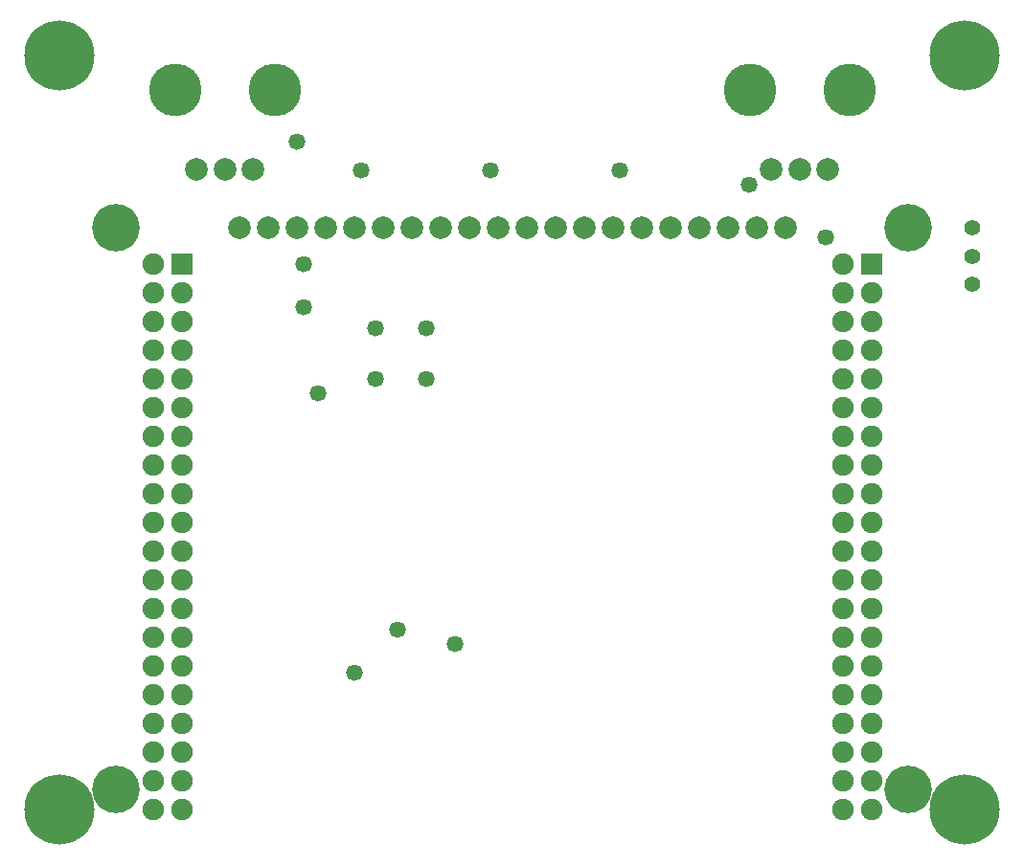
<source format=gbs>
G04*
G04 #@! TF.GenerationSoftware,Altium Limited,Altium Designer,23.3.1 (30)*
G04*
G04 Layer_Color=16711935*
%FSLAX25Y25*%
%MOIN*%
G70*
G04*
G04 #@! TF.SameCoordinates,9A21843B-87D8-4875-86EA-9B3002E87254*
G04*
G04*
G04 #@! TF.FilePolarity,Negative*
G04*
G01*
G75*
%ADD20C,0.05512*%
%ADD21C,0.07874*%
%ADD22C,0.16535*%
%ADD23C,0.18347*%
%ADD24C,0.24410*%
%ADD25C,0.07480*%
%ADD26R,0.07480X0.07480*%
%ADD27C,0.05787*%
D20*
X337500Y222500D02*
D03*
Y212657D02*
D03*
Y202815D02*
D03*
D21*
X272500Y222500D02*
D03*
X262500D02*
D03*
X252500D02*
D03*
X242500D02*
D03*
X232500D02*
D03*
X222500D02*
D03*
X212500D02*
D03*
X202500D02*
D03*
X192500D02*
D03*
X182500D02*
D03*
X172500D02*
D03*
X162500D02*
D03*
X152500D02*
D03*
X142500D02*
D03*
X132500D02*
D03*
X122500D02*
D03*
X112500D02*
D03*
X102500D02*
D03*
X92500D02*
D03*
X82500D02*
D03*
X287343Y242953D02*
D03*
X277500D02*
D03*
X267657D02*
D03*
X87343D02*
D03*
X77500D02*
D03*
X67658D02*
D03*
D22*
X315295Y222500D02*
D03*
X39705D02*
D03*
X315295Y26831D02*
D03*
X39705D02*
D03*
D23*
X294823Y270512D02*
D03*
X260177D02*
D03*
X94823D02*
D03*
X60177D02*
D03*
D24*
X335000Y282500D02*
D03*
Y20000D02*
D03*
X20000D02*
D03*
Y282500D02*
D03*
D25*
X62500Y20000D02*
D03*
X52500D02*
D03*
X302500D02*
D03*
X292500D02*
D03*
Y30000D02*
D03*
X302500D02*
D03*
X292500Y40000D02*
D03*
X302500D02*
D03*
X292500Y50000D02*
D03*
X302500D02*
D03*
X292500Y60000D02*
D03*
X302500D02*
D03*
X292500Y70000D02*
D03*
X302500D02*
D03*
X292500Y80000D02*
D03*
X302500D02*
D03*
X292500Y90000D02*
D03*
X302500D02*
D03*
X292500Y100000D02*
D03*
X302500D02*
D03*
X292500Y110000D02*
D03*
X302500D02*
D03*
X292500Y120000D02*
D03*
X302500D02*
D03*
X292500Y130000D02*
D03*
X302500D02*
D03*
X292500Y140000D02*
D03*
X302500D02*
D03*
X292500Y150000D02*
D03*
X302500D02*
D03*
X292500Y160000D02*
D03*
X302500D02*
D03*
X292500Y170000D02*
D03*
X302500D02*
D03*
X292500Y180000D02*
D03*
X302500D02*
D03*
X292500Y190000D02*
D03*
X302500D02*
D03*
X292500Y200000D02*
D03*
X302500D02*
D03*
X292500Y210000D02*
D03*
X52500Y30000D02*
D03*
X62500D02*
D03*
X52500Y40000D02*
D03*
X62500D02*
D03*
X52500Y50000D02*
D03*
X62500D02*
D03*
X52500Y60000D02*
D03*
X62500D02*
D03*
X52500Y70000D02*
D03*
X62500D02*
D03*
X52500Y80000D02*
D03*
X62500D02*
D03*
X52500Y90000D02*
D03*
X62500D02*
D03*
X52500Y100000D02*
D03*
X62500D02*
D03*
X52500Y110000D02*
D03*
X62500D02*
D03*
X52500Y120000D02*
D03*
X62500D02*
D03*
X52500Y130000D02*
D03*
X62500D02*
D03*
X52500Y140000D02*
D03*
X62500D02*
D03*
X52500Y150000D02*
D03*
X62500D02*
D03*
X52500Y160000D02*
D03*
X62500D02*
D03*
X52500Y170000D02*
D03*
X62500D02*
D03*
X52500Y180000D02*
D03*
X62500D02*
D03*
X52500Y190000D02*
D03*
X62500D02*
D03*
X52500Y200000D02*
D03*
X62500D02*
D03*
X52500Y210000D02*
D03*
D26*
X302500D02*
D03*
X62500D02*
D03*
D27*
X130000Y187500D02*
D03*
X147500Y170000D02*
D03*
X130000D02*
D03*
X147500Y187500D02*
D03*
X105000Y210000D02*
D03*
X122500Y67500D02*
D03*
X105000Y195000D02*
D03*
X157500Y77500D02*
D03*
X110000Y165000D02*
D03*
X286600Y219400D02*
D03*
X102500Y252500D02*
D03*
X260000Y237500D02*
D03*
X125000Y242500D02*
D03*
X170000D02*
D03*
X215000D02*
D03*
X137500Y82500D02*
D03*
M02*

</source>
